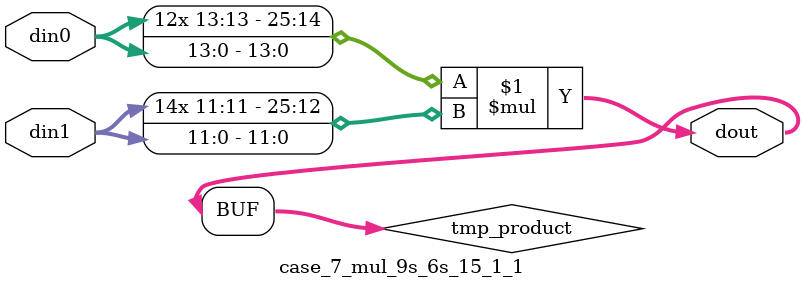
<source format=v>

`timescale 1 ns / 1 ps

 (* use_dsp = "no" *)  module case_7_mul_9s_6s_15_1_1(din0, din1, dout);
parameter ID = 1;
parameter NUM_STAGE = 0;
parameter din0_WIDTH = 14;
parameter din1_WIDTH = 12;
parameter dout_WIDTH = 26;

input [din0_WIDTH - 1 : 0] din0; 
input [din1_WIDTH - 1 : 0] din1; 
output [dout_WIDTH - 1 : 0] dout;

wire signed [dout_WIDTH - 1 : 0] tmp_product;



























assign tmp_product = $signed(din0) * $signed(din1);








assign dout = tmp_product;





















endmodule

</source>
